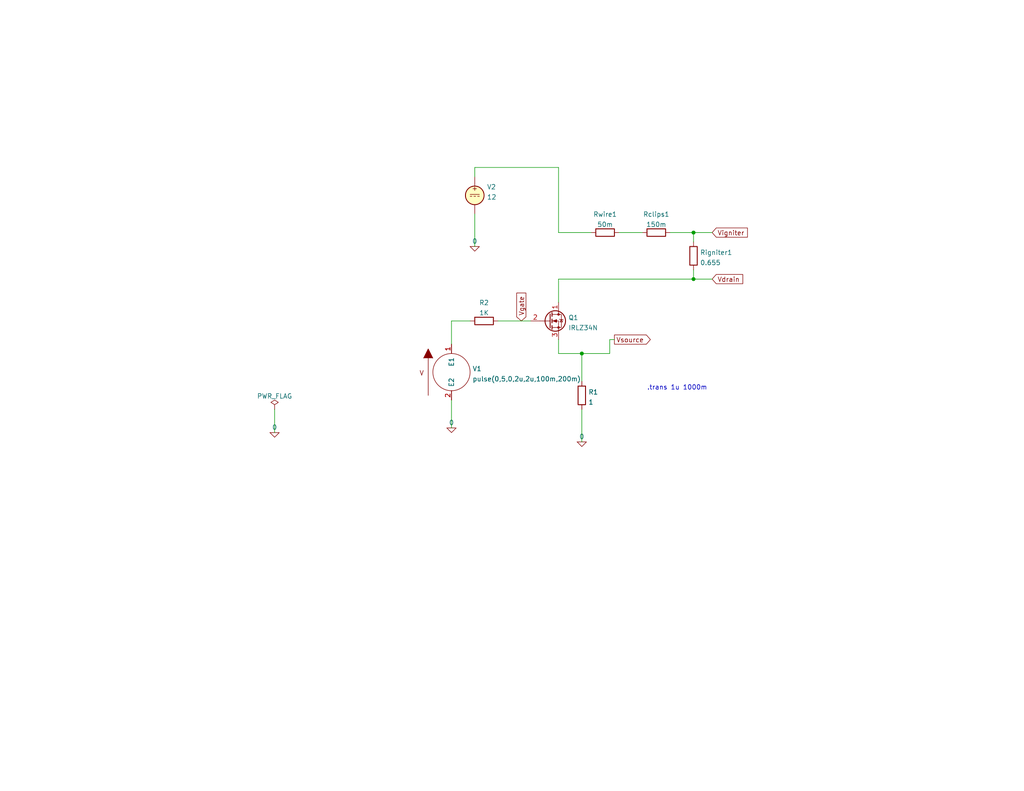
<source format=kicad_sch>
(kicad_sch (version 20211123) (generator eeschema)
  (paper "USLetter")
  (title_block (title "MOSFET Tests") (date "2021-10-26") (rev "0.1") (comment 1 "Estes Igniter"))
  (lib_symbols
    (symbol "Device:R" (pin_numbers hide) (pin_names (offset 0))
      (property "Reference" "R" (at 2.032 0 90))
      (property "Value" "R" (at 0 0 90))
      (symbol "R_0_1"
        (rectangle (start -1.016 -2.54) (end 1.016 2.54) (stroke (width 0.254)))
      )
      (symbol "R_1_1"
        (pin passive line (at 0 3.81 270) (length 1.27) (name "~") (number "1"))
        (pin passive line (at 0 -3.81 90) (length 1.27) (name "~") (number "2"))
      )
    )
    (symbol "Simulation_SPICE:VDC" (pin_numbers hide) (pin_names (offset 0.0254))
      (property "Reference" "V" (at 2.54 2.54 0))
      (property "Value" "VDC" (at 2.54 0 0))
      (property "Spice_Model" "dc(1)" (at 2.54 -2.54 0))
      (symbol "VDC_0_0"
        (polyline (pts (xy -1.27 0.254) (xy 1.27 0.254)))
        (polyline (pts (xy -0.762 -0.254) (xy -1.27 -0.254)))
        (polyline (pts (xy 0.254 -0.254) (xy -0.254 -0.254)))
        (polyline (pts (xy 1.27 -0.254) (xy 0.762 -0.254)))
        (text "+" (at 0 1.905 0) (effects (font (size 1.27 1.27))))
      )
      (symbol "VDC_0_1"
        (circle (center 0 0) (radius 2.54) (stroke (width 0.254)) (fill (type background)))
      )
      (symbol "VDC_1_1"
        (pin passive line (at 0 5.08 270) (length 2.54) (name "~") (number "1"))
        (pin passive line (at 0 -5.08 90) (length 2.54) (name "~") (number "2"))
      )
    )
    (symbol "Transistor_FET:IRLZ34N" (pin_names hide)
      (property "Reference" "Q?" (at 5.207 0.9085 0))
      (property "Value" "IRLZ34N" (at 5.207 -1.8666 0))
      (symbol "IRLZ34N_0_1"
        (polyline (pts (xy 0.254 0) (xy -2.54 0)))
        (polyline (pts (xy 0.254 1.905) (xy 0.254 -1.905)) (stroke (width 0.254)))
        (polyline (pts (xy 0.762 -1.27) (xy 0.762 -2.286)) (stroke (width 0.254)))
        (polyline (pts (xy 0.762 0.508) (xy 0.762 -0.508)) (stroke (width 0.254)))
        (polyline (pts (xy 0.762 2.286) (xy 0.762 1.27)) (stroke (width 0.254)))
        (polyline (pts (xy 2.54 2.54) (xy 2.54 1.778)))
        (polyline (pts (xy 2.54 -2.54) (xy 2.54 0) (xy 0.762 0)))
        (polyline (pts (xy 0.762 -1.778) (xy 3.302 -1.778) (xy 3.302 1.778) (xy 0.762 1.778)))
        (polyline (pts (xy 1.016 0) (xy 2.032 0.381) (xy 2.032 -0.381) (xy 1.016 0)) (fill (type outline)))
        (polyline (pts (xy 2.794 0.508) (xy 2.921 0.381) (xy 3.683 0.381) (xy 3.81 0.254)))
        (polyline (pts (xy 3.302 0.381) (xy 2.921 -0.254) (xy 3.683 -0.254) (xy 3.302 0.381)))
        (circle (center 1.651 0) (radius 2.794) (stroke (width 0.254)))
        (circle (center 2.54 -1.778) (radius 0.254) (fill (type outline)))
        (circle (center 2.54 1.778) (radius 0.254) (fill (type outline)))
      )
      (symbol "IRLZ34N_1_1"
        (pin passive line (at 2.54 5.08 270) (length 2.54) (name "D") (number "1"))
        (pin input line (at -5.08 0 0) (length 2.54) (name "G") (number "2"))
        (pin passive line (at 2.54 -5.08 90) (length 2.54) (name "S") (number "3"))
      )
    )
    (symbol "power:PWR_FLAG" (power) (pin_numbers hide) (pin_names (offset 0) hide)
      (property "Value" "PWR_FLAG" (at 0 3.81 0))
      (symbol "PWR_FLAG_0_0"
        (pin power_out line (at 0 0 90) (length 0) (name "pwr") (number "1"))
      )
      (symbol "PWR_FLAG_0_1"
        (polyline (pts (xy 0 0) (xy 0 1.27) (xy -1.016 1.905) (xy 0 2.54) (xy 1.016 1.905) (xy 0 1.27)))
      )
    )
    (symbol "pspice:0" (power) (pin_names (offset 0))
      (property "Value" "0" (at 0 -1.778 0))
      (symbol "0_0_1"
        (polyline (pts (xy -1.27 0) (xy 0 -1.27) (xy 1.27 0) (xy -1.27 0)))
      )
      (symbol "0_1_1"
        (pin power_in line (at 0 0 0) (length 0) hide (name "0") (number "1"))
      )
    )
    (symbol "pspice:VSOURCE" (pin_names (offset 1.016))
      (property "Reference" "V" (at -6.35 7.62 0))
      (property "Value" "VSOURCE" (at 0 0 0))
      (symbol "VSOURCE_0_1"
        (polyline (pts (xy -6.35 -6.35) (xy -6.35 3.81)) (fill (type outline)))
        (polyline (pts (xy -7.62 3.81) (xy -6.35 6.35) (xy -5.08 3.81)) (fill (type outline)))
        (circle (center 0 0) (radius 5.08))
        (text "V" (at -8.128 -0.254 0) (effects (font (size 1.27 1.27))))
      )
      (symbol "VSOURCE_1_1"
        (pin input line (at 0 7.62 270) (length 2.54) (name "E1") (number "1"))
        (pin input line (at 0 -7.62 90) (length 2.54) (name "E2") (number "2"))
      )
    )
  )
  (junction (at 189.23 63.5))
  (junction (at 189.23 76.2))
  (junction (at 158.75 96.52))
  (wire (pts (xy 194.31 76.2) (xy 189.23 76.2)))
  (wire (pts (xy 189.23 73.66) (xy 189.23 76.2)))
  (wire (pts (xy 152.4 96.52) (xy 158.75 96.52)))
  (wire (pts (xy 158.75 96.52) (xy 166.37 96.52)))
  (wire (pts (xy 123.19 109.22) (xy 123.19 116.84)))
  (wire (pts (xy 168.91 63.5) (xy 175.26 63.5)))
  (wire (pts (xy 152.4 92.71) (xy 152.4 96.52)))
  (wire (pts (xy 123.19 87.63) (xy 123.19 93.98)))
  (wire (pts (xy 158.75 111.76) (xy 158.75 120.65)))
  (wire (pts (xy 129.54 45.72) (xy 129.54 48.26)))
  (wire (pts (xy 135.89 87.63) (xy 144.78 87.63)))
  (wire (pts (xy 129.54 45.72) (xy 152.4 45.72)))
  (wire (pts (xy 128.27 87.63) (xy 123.19 87.63)))
  (wire (pts (xy 152.4 63.5) (xy 161.29 63.5)))
  (wire (pts (xy 158.75 96.52) (xy 158.75 104.14)))
  (wire (pts (xy 182.88 63.5) (xy 189.23 63.5)))
  (wire (pts (xy 189.23 63.5) (xy 189.23 66.04)))
  (wire (pts (xy 152.4 76.2) (xy 189.23 76.2)))
  (wire (pts (xy 74.93 111.76) (xy 74.93 118.11)))
  (wire (pts (xy 166.37 92.71) (xy 166.37 96.52)))
  (wire (pts (xy 167.64 92.71) (xy 166.37 92.71)))
  (wire (pts (xy 152.4 76.2) (xy 152.4 82.55)))
  (wire (pts (xy 129.54 58.42) (xy 129.54 67.31)))
  (wire (pts (xy 152.4 45.72) (xy 152.4 63.5)))
  (wire (pts (xy 189.23 63.5) (xy 194.31 63.5)))
  (text ".trans 1u 1000m" (at 176.53 106.68 0) (effects (font (size 1.27 1.27)) (justify left bottom)))
  (global_label "Vigniter" (shape input) (at 194.31 63.5 0) (property "Intersheet References" "${INTERSHEET_REFS}" (effects hide)))
  (global_label "Vdrain" (shape input) (at 194.31 76.2 0) (property "Intersheet References" "${INTERSHEET_REFS}" (effects hide)))
  (global_label "Vgate" (shape input) (at 142.24 87.63 90) (property "Intersheet References" "${INTERSHEET_REFS}" (effects hide)))
  (global_label "Vsource" (shape output) (at 167.64 92.71 0) (property "Intersheet References" "${INTERSHEET_REFS}" (effects hide)))
  (symbol (lib_id "pspice:0") (at 129.54 67.31 0) (unit 1)
    (property "Reference" "#GND0103" (effects hide))
    (property "Value" "0" (at 129.54 65.8644 0))
  )
  (symbol (lib_id "pspice:0") (at 74.93 118.11 0) (unit 1)
    (property "Reference" "#GND0104" (effects hide))
    (property "Value" "0" (at 74.93 116.6644 0))
  )
  (symbol (lib_id "Device:R") (at 165.1 63.5 90) (unit 1)
    (property "Reference" "Rwire1" (at 165.1 58.5175 90))
    (property "Value" "50m" (at 165.1 61.2926 90))
  )
  (symbol (lib_id "Device:R") (at 158.75 107.95 0) (unit 1)
    (property "Reference" "R1" (at 160.528 107.0415 0) (effects (justify left)))
    (property "Value" "1" (at 160.528 109.8166 0) (effects (justify left)))
  )
  (symbol (lib_id "power:PWR_FLAG") (at 74.93 111.76 0) (unit 1)
    (property "Reference" "#FLG0101" (effects hide))
    (property "Value" "PWR_FLAG" (at 74.93 108.1555 0))
  )
  (symbol (lib_id "pspice:VSOURCE") (at 123.19 101.6 0) (unit 1)
    (property "Reference" "V1" (at 128.905 100.6915 0) (effects (justify left)))
    (property "Value" "pulse(0,5,0,2u,2u,100m,200m)" (at 128.905 103.4666 0) (effects (justify left)))
    (property "Spice_Primitive" "V" (effects hide))
    (property "Spice_Model" "pulse(0 5 0 2u 2u 100m 200m)" (effects hide))
    (property "Spice_Netlist_Enabled" "Y" (effects hide))
  )
  (symbol (lib_id "Device:R") (at 132.08 87.63 90) (unit 1)
    (property "Reference" "R2" (at 132.08 82.6475 90))
    (property "Value" "1K" (at 132.08 85.4226 90))
  )
  (symbol (lib_id "pspice:0") (at 123.19 116.84 0) (unit 1)
    (property "Reference" "#GND0102" (effects hide))
    (property "Value" "0" (at 123.19 115.3944 0))
  )
  (symbol (lib_id "Transistor_FET:IRLZ34N") (at 149.86 87.63 0) (unit 1)
    (property "Reference" "Q1" (at 155.067 86.7215 0) (effects (justify left)))
    (property "Value" "IRLZ34N" (at 155.067 89.4966 0) (effects (justify left)))
    (property "Footprint" "Package_TO_SOT_THT:TO-220-3_Vertical" (effects hide))
    (property "Datasheet" "http://www.infineon.com/dgdl/irlz34npbf.pdf?fileId=5546d462533600a40153567206892720" (effects hide))
    (property "Spice_Primitive" "X" (effects hide))
    (property "Spice_Model" "irlz34n" (effects hide))
    (property "Spice_Netlist_Enabled" "Y" (effects hide))
    (property "Spice_Lib_File" "/home/mark/python-projects/rocket_launcher_flask/Designs/libraries/irlz34n.spi" (effects hide))
  )
  (symbol (lib_id "pspice:0") (at 158.75 120.65 0) (unit 1)
    (property "Reference" "#GND0101" (effects hide))
    (property "Value" "0" (at 158.75 119.2044 0))
  )
  (symbol (lib_id "Device:R") (at 189.23 69.85 0) (unit 1)
    (property "Reference" "Rigniter1" (at 191.008 68.9415 0) (effects (justify left)))
    (property "Value" "0.655" (at 191.008 71.7166 0) (effects (justify left)))
  )
  (symbol (lib_id "Device:R") (at 179.07 63.5 270) (unit 1)
    (property "Reference" "Rclips1" (at 179.07 58.5175 90))
    (property "Value" "150m" (at 179.07 61.2926 90))
  )
  (symbol (lib_id "Simulation_SPICE:VDC") (at 129.54 53.34 0) (unit 1)
    (property "Reference" "V2" (at 132.842 51.0439 0) (effects (justify left)))
    (property "Value" "12" (at 132.842 53.819 0) (effects (justify left)))
    (property "Spice_Netlist_Enabled" "Y" (effects hide))
    (property "Spice_Primitive" "V" (effects hide))
    (property "Spice_Model" "dc 12" (at 132.842 56.5941 0) (effects (justify left)))
  )
)
</source>
